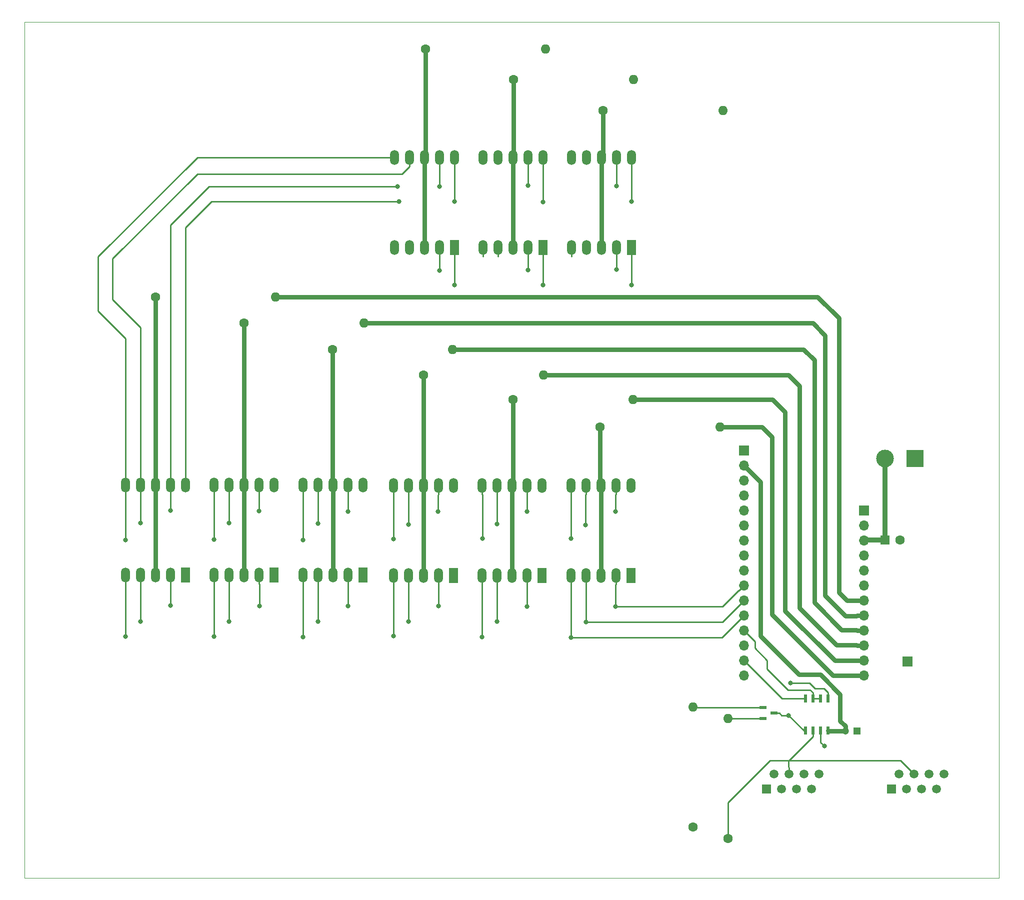
<source format=gbr>
G04 #@! TF.GenerationSoftware,KiCad,Pcbnew,5.1.5-52549c5~84~ubuntu18.04.1*
G04 #@! TF.CreationDate,2020-02-12T19:07:26-05:00*
G04 #@! TF.ProjectId,solenoid_board,736f6c65-6e6f-4696-945f-626f6172642e,rev?*
G04 #@! TF.SameCoordinates,Original*
G04 #@! TF.FileFunction,Copper,L1,Top*
G04 #@! TF.FilePolarity,Positive*
%FSLAX46Y46*%
G04 Gerber Fmt 4.6, Leading zero omitted, Abs format (unit mm)*
G04 Created by KiCad (PCBNEW 5.1.5-52549c5~84~ubuntu18.04.1) date 2020-02-12 19:07:26*
%MOMM*%
%LPD*%
G04 APERTURE LIST*
G04 #@! TA.AperFunction,Profile*
%ADD10C,0.120000*%
G04 #@! TD*
G04 #@! TA.AperFunction,ComponentPad*
%ADD11O,1.600000X1.600000*%
G04 #@! TD*
G04 #@! TA.AperFunction,ComponentPad*
%ADD12C,1.600000*%
G04 #@! TD*
G04 #@! TA.AperFunction,ComponentPad*
%ADD13R,1.524000X2.524000*%
G04 #@! TD*
G04 #@! TA.AperFunction,ComponentPad*
%ADD14O,1.524000X2.524000*%
G04 #@! TD*
G04 #@! TA.AperFunction,ComponentPad*
%ADD15R,1.500000X1.500000*%
G04 #@! TD*
G04 #@! TA.AperFunction,ComponentPad*
%ADD16C,1.500000*%
G04 #@! TD*
G04 #@! TA.AperFunction,ComponentPad*
%ADD17R,1.600000X1.600000*%
G04 #@! TD*
G04 #@! TA.AperFunction,ComponentPad*
%ADD18R,1.200000X1.200000*%
G04 #@! TD*
G04 #@! TA.AperFunction,ComponentPad*
%ADD19C,1.200000*%
G04 #@! TD*
G04 #@! TA.AperFunction,ComponentPad*
%ADD20R,3.000000X3.000000*%
G04 #@! TD*
G04 #@! TA.AperFunction,ComponentPad*
%ADD21C,3.000000*%
G04 #@! TD*
G04 #@! TA.AperFunction,ComponentPad*
%ADD22R,1.700000X1.700000*%
G04 #@! TD*
G04 #@! TA.AperFunction,SMDPad,CuDef*
%ADD23R,0.568000X1.454899*%
G04 #@! TD*
G04 #@! TA.AperFunction,SMDPad,CuDef*
%ADD24R,1.295400X0.558800*%
G04 #@! TD*
G04 #@! TA.AperFunction,ComponentPad*
%ADD25O,1.700000X1.700000*%
G04 #@! TD*
G04 #@! TA.AperFunction,ViaPad*
%ADD26C,0.800000*%
G04 #@! TD*
G04 #@! TA.AperFunction,Conductor*
%ADD27C,0.250000*%
G04 #@! TD*
G04 #@! TA.AperFunction,Conductor*
%ADD28C,0.750000*%
G04 #@! TD*
G04 #@! TA.AperFunction,Conductor*
%ADD29C,0.850000*%
G04 #@! TD*
G04 APERTURE END LIST*
D10*
X55000000Y-160000000D02*
X220000000Y-160000000D01*
X55000000Y-15000000D02*
X55000000Y-160000000D01*
X220000000Y-15000000D02*
X55000000Y-15000000D01*
X220000000Y-160000000D02*
X220000000Y-15000000D01*
D11*
G04 #@! TO.P,R11,2*
G04 #@! TO.N,Net-(Prt_IC1-Pad1)*
X168122600Y-131038600D03*
D12*
G04 #@! TO.P,R11,1*
G04 #@! TO.N,/RJ45_5*
X168122600Y-151358600D03*
G04 #@! TD*
D13*
G04 #@! TO.P,7Seg_3,1*
G04 #@! TO.N,/A4*
X157764200Y-53174400D03*
D14*
G04 #@! TO.P,7Seg_3,2*
G04 #@! TO.N,/A5*
X155224200Y-53174400D03*
G04 #@! TO.P,7Seg_3,3*
G04 #@! TO.N,/Third_Display*
X152684200Y-53174400D03*
G04 #@! TO.P,7Seg_3,4*
G04 #@! TO.N,/C*
X150144200Y-53174400D03*
G04 #@! TO.P,7Seg_3,5*
G04 #@! TO.N,/DP*
X147604200Y-53174400D03*
G04 #@! TO.P,7Seg_3,6*
G04 #@! TO.N,/A3*
X147604200Y-37934400D03*
G04 #@! TO.P,7Seg_3,7*
G04 #@! TO.N,/A*
X150144200Y-37934400D03*
G04 #@! TO.P,7Seg_3,8*
G04 #@! TO.N,/Third_Display*
X152684200Y-37934400D03*
G04 #@! TO.P,7Seg_3,9*
G04 #@! TO.N,/A1*
X155224200Y-37934400D03*
G04 #@! TO.P,7Seg_3,10*
G04 #@! TO.N,/A0*
X157764200Y-37934400D03*
G04 #@! TD*
D11*
G04 #@! TO.P,R10,2*
G04 #@! TO.N,Net-(Prt_IC1-Pad2)*
X174117000Y-132918200D03*
D12*
G04 #@! TO.P,R10,1*
G04 #@! TO.N,/RJ45_4*
X174117000Y-153238200D03*
G04 #@! TD*
D11*
G04 #@! TO.P,R338,2*
G04 #@! TO.N,/SDA*
X172770800Y-83566000D03*
D12*
G04 #@! TO.P,R338,1*
G04 #@! TO.N,/Ninth_Display*
X152450800Y-83566000D03*
G04 #@! TD*
D11*
G04 #@! TO.P,R337,2*
G04 #@! TO.N,/SCL*
X158013400Y-78917800D03*
D12*
G04 #@! TO.P,R337,1*
G04 #@! TO.N,/Eigth_Display*
X137693400Y-78917800D03*
G04 #@! TD*
D11*
G04 #@! TO.P,R336,2*
G04 #@! TO.N,/D5*
X142824200Y-74777600D03*
D12*
G04 #@! TO.P,R336,1*
G04 #@! TO.N,/Seventh_Display*
X122504200Y-74777600D03*
G04 #@! TD*
D11*
G04 #@! TO.P,R335,2*
G04 #@! TO.N,/D6*
X127431800Y-70434200D03*
D12*
G04 #@! TO.P,R335,1*
G04 #@! TO.N,/Sixth_Display*
X107111800Y-70434200D03*
G04 #@! TD*
D11*
G04 #@! TO.P,R334,2*
G04 #@! TO.N,/D9*
X112445800Y-66014600D03*
D12*
G04 #@! TO.P,R334,1*
G04 #@! TO.N,/Fifth_Display*
X92125800Y-66014600D03*
G04 #@! TD*
D11*
G04 #@! TO.P,R333,2*
G04 #@! TO.N,/D10*
X97485200Y-61544200D03*
D12*
G04 #@! TO.P,R333,1*
G04 #@! TO.N,/Fourth_Display*
X77165200Y-61544200D03*
G04 #@! TD*
D11*
G04 #@! TO.P,R332,2*
G04 #@! TO.N,/D11*
X173202600Y-29997400D03*
D12*
G04 #@! TO.P,R332,1*
G04 #@! TO.N,/Third_Display*
X152882600Y-29997400D03*
G04 #@! TD*
G04 #@! TO.P,R331,1*
G04 #@! TO.N,/Second_Display*
X137795000Y-24790400D03*
D11*
G04 #@! TO.P,R331,2*
G04 #@! TO.N,/D12*
X158115000Y-24790400D03*
G04 #@! TD*
D12*
G04 #@! TO.P,R330,1*
G04 #@! TO.N,/First_Display*
X122885200Y-19608800D03*
D11*
G04 #@! TO.P,R330,2*
G04 #@! TO.N,/D13*
X143205200Y-19608800D03*
G04 #@! TD*
D13*
G04 #@! TO.P,7Seg_9,1*
G04 #@! TO.N,/A4*
X157618600Y-108721600D03*
D14*
G04 #@! TO.P,7Seg_9,2*
G04 #@! TO.N,/A5*
X155078600Y-108721600D03*
G04 #@! TO.P,7Seg_9,3*
G04 #@! TO.N,/Ninth_Display*
X152538600Y-108721600D03*
G04 #@! TO.P,7Seg_9,4*
G04 #@! TO.N,/C*
X149998600Y-108721600D03*
G04 #@! TO.P,7Seg_9,5*
G04 #@! TO.N,/DP*
X147458600Y-108721600D03*
G04 #@! TO.P,7Seg_9,6*
G04 #@! TO.N,/A3*
X147458600Y-93481600D03*
G04 #@! TO.P,7Seg_9,7*
G04 #@! TO.N,/A*
X149998600Y-93481600D03*
G04 #@! TO.P,7Seg_9,8*
G04 #@! TO.N,/Ninth_Display*
X152538600Y-93481600D03*
G04 #@! TO.P,7Seg_9,9*
G04 #@! TO.N,/A1*
X155078600Y-93481600D03*
G04 #@! TO.P,7Seg_9,10*
G04 #@! TO.N,/A0*
X157618600Y-93481600D03*
G04 #@! TD*
D13*
G04 #@! TO.P,7Seg_8,1*
G04 #@! TO.N,/A4*
X142618600Y-108721600D03*
D14*
G04 #@! TO.P,7Seg_8,2*
G04 #@! TO.N,/A5*
X140078600Y-108721600D03*
G04 #@! TO.P,7Seg_8,3*
G04 #@! TO.N,/Eigth_Display*
X137538600Y-108721600D03*
G04 #@! TO.P,7Seg_8,4*
G04 #@! TO.N,/C*
X134998600Y-108721600D03*
G04 #@! TO.P,7Seg_8,5*
G04 #@! TO.N,/DP*
X132458600Y-108721600D03*
G04 #@! TO.P,7Seg_8,6*
G04 #@! TO.N,/A3*
X132458600Y-93481600D03*
G04 #@! TO.P,7Seg_8,7*
G04 #@! TO.N,/A*
X134998600Y-93481600D03*
G04 #@! TO.P,7Seg_8,8*
G04 #@! TO.N,/Eigth_Display*
X137538600Y-93481600D03*
G04 #@! TO.P,7Seg_8,9*
G04 #@! TO.N,/A1*
X140078600Y-93481600D03*
G04 #@! TO.P,7Seg_8,10*
G04 #@! TO.N,/A0*
X142618600Y-93481600D03*
G04 #@! TD*
D13*
G04 #@! TO.P,7Seg_7,1*
G04 #@! TO.N,/A4*
X127618600Y-108721600D03*
D14*
G04 #@! TO.P,7Seg_7,2*
G04 #@! TO.N,/A5*
X125078600Y-108721600D03*
G04 #@! TO.P,7Seg_7,3*
G04 #@! TO.N,/Seventh_Display*
X122538600Y-108721600D03*
G04 #@! TO.P,7Seg_7,4*
G04 #@! TO.N,/C*
X119998600Y-108721600D03*
G04 #@! TO.P,7Seg_7,5*
G04 #@! TO.N,/DP*
X117458600Y-108721600D03*
G04 #@! TO.P,7Seg_7,6*
G04 #@! TO.N,/A3*
X117458600Y-93481600D03*
G04 #@! TO.P,7Seg_7,7*
G04 #@! TO.N,/A*
X119998600Y-93481600D03*
G04 #@! TO.P,7Seg_7,8*
G04 #@! TO.N,/Seventh_Display*
X122538600Y-93481600D03*
G04 #@! TO.P,7Seg_7,9*
G04 #@! TO.N,/A1*
X125078600Y-93481600D03*
G04 #@! TO.P,7Seg_7,10*
G04 #@! TO.N,/A0*
X127618600Y-93481600D03*
G04 #@! TD*
D13*
G04 #@! TO.P,7Seg_6,1*
G04 #@! TO.N,/A4*
X112238600Y-108673400D03*
D14*
G04 #@! TO.P,7Seg_6,2*
G04 #@! TO.N,/A5*
X109698600Y-108673400D03*
G04 #@! TO.P,7Seg_6,3*
G04 #@! TO.N,/Sixth_Display*
X107158600Y-108673400D03*
G04 #@! TO.P,7Seg_6,4*
G04 #@! TO.N,/C*
X104618600Y-108673400D03*
G04 #@! TO.P,7Seg_6,5*
G04 #@! TO.N,/DP*
X102078600Y-108673400D03*
G04 #@! TO.P,7Seg_6,6*
G04 #@! TO.N,/A3*
X102078600Y-93433400D03*
G04 #@! TO.P,7Seg_6,7*
G04 #@! TO.N,/A*
X104618600Y-93433400D03*
G04 #@! TO.P,7Seg_6,8*
G04 #@! TO.N,/Sixth_Display*
X107158600Y-93433400D03*
G04 #@! TO.P,7Seg_6,9*
G04 #@! TO.N,/A1*
X109698600Y-93433400D03*
G04 #@! TO.P,7Seg_6,10*
G04 #@! TO.N,/A0*
X112238600Y-93433400D03*
G04 #@! TD*
D13*
G04 #@! TO.P,7Seg_5,1*
G04 #@! TO.N,/A4*
X97238600Y-108673400D03*
D14*
G04 #@! TO.P,7Seg_5,2*
G04 #@! TO.N,/A5*
X94698600Y-108673400D03*
G04 #@! TO.P,7Seg_5,3*
G04 #@! TO.N,/Fifth_Display*
X92158600Y-108673400D03*
G04 #@! TO.P,7Seg_5,4*
G04 #@! TO.N,/C*
X89618600Y-108673400D03*
G04 #@! TO.P,7Seg_5,5*
G04 #@! TO.N,/DP*
X87078600Y-108673400D03*
G04 #@! TO.P,7Seg_5,6*
G04 #@! TO.N,/A3*
X87078600Y-93433400D03*
G04 #@! TO.P,7Seg_5,7*
G04 #@! TO.N,/A*
X89618600Y-93433400D03*
G04 #@! TO.P,7Seg_5,8*
G04 #@! TO.N,/Fifth_Display*
X92158600Y-93433400D03*
G04 #@! TO.P,7Seg_5,9*
G04 #@! TO.N,/A1*
X94698600Y-93433400D03*
G04 #@! TO.P,7Seg_5,10*
G04 #@! TO.N,/A0*
X97238600Y-93433400D03*
G04 #@! TD*
D13*
G04 #@! TO.P,7Seg_4,1*
G04 #@! TO.N,/A4*
X82238600Y-108673400D03*
D14*
G04 #@! TO.P,7Seg_4,2*
G04 #@! TO.N,/A5*
X79698600Y-108673400D03*
G04 #@! TO.P,7Seg_4,3*
G04 #@! TO.N,/Fourth_Display*
X77158600Y-108673400D03*
G04 #@! TO.P,7Seg_4,4*
G04 #@! TO.N,/C*
X74618600Y-108673400D03*
G04 #@! TO.P,7Seg_4,5*
G04 #@! TO.N,/DP*
X72078600Y-108673400D03*
G04 #@! TO.P,7Seg_4,6*
G04 #@! TO.N,/A3*
X72078600Y-93433400D03*
G04 #@! TO.P,7Seg_4,7*
G04 #@! TO.N,/A*
X74618600Y-93433400D03*
G04 #@! TO.P,7Seg_4,8*
G04 #@! TO.N,/Fourth_Display*
X77158600Y-93433400D03*
G04 #@! TO.P,7Seg_4,9*
G04 #@! TO.N,/A1*
X79698600Y-93433400D03*
G04 #@! TO.P,7Seg_4,10*
G04 #@! TO.N,/A0*
X82238600Y-93433400D03*
G04 #@! TD*
D13*
G04 #@! TO.P,7Seg_2,1*
G04 #@! TO.N,/A4*
X142764200Y-53174400D03*
D14*
G04 #@! TO.P,7Seg_2,2*
G04 #@! TO.N,/A5*
X140224200Y-53174400D03*
G04 #@! TO.P,7Seg_2,3*
G04 #@! TO.N,/Second_Display*
X137684200Y-53174400D03*
G04 #@! TO.P,7Seg_2,4*
G04 #@! TO.N,/C*
X135144200Y-53174400D03*
G04 #@! TO.P,7Seg_2,5*
G04 #@! TO.N,/DP*
X132604200Y-53174400D03*
G04 #@! TO.P,7Seg_2,6*
G04 #@! TO.N,/A3*
X132604200Y-37934400D03*
G04 #@! TO.P,7Seg_2,7*
G04 #@! TO.N,/A*
X135144200Y-37934400D03*
G04 #@! TO.P,7Seg_2,8*
G04 #@! TO.N,/Second_Display*
X137684200Y-37934400D03*
G04 #@! TO.P,7Seg_2,9*
G04 #@! TO.N,/A1*
X140224200Y-37934400D03*
G04 #@! TO.P,7Seg_2,10*
G04 #@! TO.N,/A0*
X142764200Y-37934400D03*
G04 #@! TD*
D13*
G04 #@! TO.P,7Seg_1,1*
G04 #@! TO.N,/A4*
X127764200Y-53174400D03*
D14*
G04 #@! TO.P,7Seg_1,2*
G04 #@! TO.N,/A5*
X125224200Y-53174400D03*
G04 #@! TO.P,7Seg_1,3*
G04 #@! TO.N,/First_Display*
X122684200Y-53174400D03*
G04 #@! TO.P,7Seg_1,4*
G04 #@! TO.N,/C*
X120144200Y-53174400D03*
G04 #@! TO.P,7Seg_1,5*
G04 #@! TO.N,/DP*
X117604200Y-53174400D03*
G04 #@! TO.P,7Seg_1,6*
G04 #@! TO.N,/A3*
X117604200Y-37934400D03*
G04 #@! TO.P,7Seg_1,7*
G04 #@! TO.N,/A*
X120144200Y-37934400D03*
G04 #@! TO.P,7Seg_1,8*
G04 #@! TO.N,/First_Display*
X122684200Y-37934400D03*
G04 #@! TO.P,7Seg_1,9*
G04 #@! TO.N,/A1*
X125224200Y-37934400D03*
G04 #@! TO.P,7Seg_1,10*
G04 #@! TO.N,/A0*
X127764200Y-37934400D03*
G04 #@! TD*
D15*
G04 #@! TO.P,RJ1,1*
G04 #@! TO.N,N/C*
X201803000Y-144932400D03*
D16*
G04 #@! TO.P,RJ1,2*
X203073000Y-142392400D03*
G04 #@! TO.P,RJ1,3*
X204343000Y-144932400D03*
G04 #@! TO.P,RJ1,4*
G04 #@! TO.N,/RJ45_4*
X205613000Y-142392400D03*
G04 #@! TO.P,RJ1,5*
G04 #@! TO.N,/RJ45_5*
X206883000Y-144932400D03*
G04 #@! TO.P,RJ1,6*
G04 #@! TO.N,N/C*
X208153000Y-142392400D03*
G04 #@! TO.P,RJ1,7*
X209423000Y-144932400D03*
G04 #@! TO.P,RJ1,8*
X210693000Y-142392400D03*
G04 #@! TD*
D15*
G04 #@! TO.P,RJ0,1*
G04 #@! TO.N,N/C*
X180594000Y-144932400D03*
D16*
G04 #@! TO.P,RJ0,2*
X181864000Y-142392400D03*
G04 #@! TO.P,RJ0,3*
X183134000Y-144932400D03*
G04 #@! TO.P,RJ0,4*
G04 #@! TO.N,/RJ45_4*
X184404000Y-142392400D03*
G04 #@! TO.P,RJ0,5*
G04 #@! TO.N,/RJ45_5*
X185674000Y-144932400D03*
G04 #@! TO.P,RJ0,6*
G04 #@! TO.N,N/C*
X186944000Y-142392400D03*
G04 #@! TO.P,RJ0,7*
X188214000Y-144932400D03*
G04 #@! TO.P,RJ0,8*
X189484000Y-142392400D03*
G04 #@! TD*
D17*
G04 #@! TO.P,CP0,1*
G04 #@! TO.N,+5V*
X200710800Y-102768400D03*
D12*
G04 #@! TO.P,CP0,2*
G04 #@! TO.N,GND*
X203210800Y-102768400D03*
G04 #@! TD*
D18*
G04 #@! TO.P,C0.1nF0,1*
G04 #@! TO.N,GND*
X195961000Y-135077200D03*
D19*
G04 #@! TO.P,C0.1nF0,2*
G04 #@! TO.N,+3V3*
X193961000Y-135077200D03*
G04 #@! TD*
D20*
G04 #@! TO.P,+5V_IN1,1*
G04 #@! TO.N,GND*
X205740000Y-88950800D03*
D21*
G04 #@! TO.P,+5V_IN1,2*
G04 #@! TO.N,+5V*
X200660000Y-88950800D03*
G04 #@! TD*
D22*
G04 #@! TO.P,GND1,1*
G04 #@! TO.N,GND*
X204520800Y-123317000D03*
G04 #@! TD*
D23*
G04 #@! TO.P,RS-485,8*
G04 #@! TO.N,+3V3*
X191008000Y-135004548D03*
G04 #@! TO.P,RS-485,7*
G04 #@! TO.N,/RJ45_5*
X189738000Y-135004548D03*
G04 #@! TO.P,RS-485,6*
G04 #@! TO.N,/RJ45_4*
X188468000Y-135004548D03*
G04 #@! TO.P,RS-485,5*
G04 #@! TO.N,GND*
X187198000Y-135004548D03*
G04 #@! TO.P,RS-485,4*
G04 #@! TO.N,/TX1*
X187198000Y-129561852D03*
G04 #@! TO.P,RS-485,3*
G04 #@! TO.N,/MISO*
X188468000Y-129561852D03*
G04 #@! TO.P,RS-485,2*
X189738000Y-129561852D03*
G04 #@! TO.P,RS-485,1*
G04 #@! TO.N,/RX0*
X191008000Y-129561852D03*
G04 #@! TD*
D24*
G04 #@! TO.P,Prt_IC1,1*
G04 #@! TO.N,Net-(Prt_IC1-Pad1)*
X179971700Y-131079199D03*
G04 #@! TO.P,Prt_IC1,2*
G04 #@! TO.N,Net-(Prt_IC1-Pad2)*
X179971700Y-132979201D03*
G04 #@! TO.P,Prt_IC1,3*
G04 #@! TO.N,GND*
X181876700Y-132029200D03*
G04 #@! TD*
D22*
G04 #@! TO.P,J3,1*
G04 #@! TO.N,N/C*
X197104000Y-97739200D03*
D25*
G04 #@! TO.P,J3,2*
X197104000Y-100279200D03*
G04 #@! TO.P,J3,3*
G04 #@! TO.N,+5V*
X197104000Y-102819200D03*
G04 #@! TO.P,J3,4*
G04 #@! TO.N,/D13*
X197104000Y-105359200D03*
G04 #@! TO.P,J3,5*
G04 #@! TO.N,/D12*
X197104000Y-107899200D03*
G04 #@! TO.P,J3,6*
G04 #@! TO.N,/D11*
X197104000Y-110439200D03*
G04 #@! TO.P,J3,7*
G04 #@! TO.N,/D10*
X197104000Y-112979200D03*
G04 #@! TO.P,J3,8*
G04 #@! TO.N,/D9*
X197104000Y-115519200D03*
G04 #@! TO.P,J3,9*
G04 #@! TO.N,/D6*
X197104000Y-118059200D03*
G04 #@! TO.P,J3,10*
G04 #@! TO.N,/D5*
X197104000Y-120599200D03*
G04 #@! TO.P,J3,11*
G04 #@! TO.N,/SCL*
X197104000Y-123139200D03*
G04 #@! TO.P,J3,12*
G04 #@! TO.N,/SDA*
X197104000Y-125679200D03*
G04 #@! TD*
D22*
G04 #@! TO.P,J2,1*
G04 #@! TO.N,N/C*
X176784000Y-87579200D03*
D25*
G04 #@! TO.P,J2,2*
G04 #@! TO.N,+3V3*
X176784000Y-90119200D03*
G04 #@! TO.P,J2,3*
G04 #@! TO.N,N/C*
X176784000Y-92659200D03*
G04 #@! TO.P,J2,4*
G04 #@! TO.N,GND*
X176784000Y-95199200D03*
G04 #@! TO.P,J2,5*
G04 #@! TO.N,/A0*
X176784000Y-97739200D03*
G04 #@! TO.P,J2,6*
G04 #@! TO.N,/A1*
X176784000Y-100279200D03*
G04 #@! TO.P,J2,7*
G04 #@! TO.N,/A*
X176784000Y-102819200D03*
G04 #@! TO.P,J2,8*
G04 #@! TO.N,/A3*
X176784000Y-105359200D03*
G04 #@! TO.P,J2,9*
G04 #@! TO.N,/A4*
X176784000Y-107899200D03*
G04 #@! TO.P,J2,10*
G04 #@! TO.N,/A5*
X176784000Y-110439200D03*
G04 #@! TO.P,J2,11*
G04 #@! TO.N,/C*
X176784000Y-112979200D03*
G04 #@! TO.P,J2,12*
G04 #@! TO.N,/DP*
X176784000Y-115519200D03*
G04 #@! TO.P,J2,13*
G04 #@! TO.N,/MISO*
X176784000Y-118059200D03*
G04 #@! TO.P,J2,14*
G04 #@! TO.N,/RX0*
X176784000Y-120599200D03*
G04 #@! TO.P,J2,15*
G04 #@! TO.N,/TX1*
X176784000Y-123139200D03*
G04 #@! TO.P,J2,16*
G04 #@! TO.N,GND*
X176784000Y-125679200D03*
G04 #@! TD*
D26*
G04 #@! TO.N,GND*
X184353200Y-132435600D03*
G04 #@! TO.N,/RX0*
X184708800Y-126949200D03*
G04 #@! TO.N,/A4*
X127787400Y-59537600D03*
X142773400Y-59563000D03*
X157759400Y-59537600D03*
G04 #@! TO.N,/RJ45_5*
X190398400Y-137642600D03*
G04 #@! TO.N,/A5*
X155067000Y-113995200D03*
X140078600Y-113972200D03*
X79698600Y-113836200D03*
X94716600Y-113868200D03*
X109698600Y-113915000D03*
X125078600Y-113910000D03*
X125224200Y-57126800D03*
X140224200Y-57006800D03*
X155224200Y-56926200D03*
G04 #@! TO.N,/C*
X149998600Y-116572200D03*
X134998600Y-116563000D03*
X119998600Y-116526200D03*
X104618600Y-116513800D03*
X89618600Y-116517200D03*
X74618600Y-116503200D03*
G04 #@! TO.N,/A3*
X147458600Y-102502800D03*
X132486400Y-102514400D03*
X117475000Y-102539800D03*
X102078600Y-102713600D03*
X87078600Y-102684800D03*
X72059800Y-102692200D03*
G04 #@! TO.N,/DP*
X147458600Y-119216000D03*
X132458600Y-119179200D03*
X117458600Y-118990000D03*
X102108000Y-119151400D03*
X87078600Y-119093200D03*
X72078600Y-119094000D03*
G04 #@! TO.N,/A*
X149961600Y-100203000D03*
X134998600Y-100002200D03*
X119989600Y-100076000D03*
X104618600Y-99927600D03*
X89618600Y-99854800D03*
X74618600Y-99828600D03*
G04 #@! TO.N,/A1*
X155067000Y-97866200D03*
X140081000Y-97917000D03*
X124993400Y-97891600D03*
X109753400Y-97866200D03*
X94665800Y-97840800D03*
X79698600Y-97732600D03*
X155224200Y-42778400D03*
X140224200Y-42739000D03*
X125224200Y-42898400D03*
X118133200Y-42898400D03*
G04 #@! TO.N,/A0*
X157764200Y-45420000D03*
X142748000Y-45466000D03*
X127764200Y-45413000D03*
X118338600Y-45415200D03*
G04 #@! TD*
D27*
G04 #@! TO.N,GND*
X182774400Y-132029200D02*
X183180800Y-132435600D01*
X181876700Y-132029200D02*
X182774400Y-132029200D01*
X183180800Y-132435600D02*
X184353200Y-132435600D01*
X184353200Y-132435600D02*
X184353200Y-132435600D01*
X186922148Y-135004548D02*
X187198000Y-135004548D01*
X184353200Y-132435600D02*
X186922148Y-135004548D01*
G04 #@! TO.N,/TX1*
X183206652Y-129561852D02*
X176784000Y-123139200D01*
X187198000Y-129561852D02*
X183206652Y-129561852D01*
G04 #@! TO.N,/RX0*
X191008000Y-128584403D02*
X190312597Y-127889000D01*
X191008000Y-129561852D02*
X191008000Y-128584403D01*
X190312597Y-127889000D02*
X188849000Y-127889000D01*
X188849000Y-127889000D02*
X187909200Y-126949200D01*
X187909200Y-126949200D02*
X184708800Y-126949200D01*
X184708800Y-126949200D02*
X184708800Y-126949200D01*
G04 #@! TO.N,/MISO*
X188468000Y-129561852D02*
X189738000Y-129561852D01*
X188468000Y-128584403D02*
X188001197Y-128117600D01*
X188468000Y-129561852D02*
X188468000Y-128584403D01*
X188001197Y-128117600D02*
X184251600Y-128117600D01*
X184251600Y-128117600D02*
X180721000Y-124587000D01*
X180721000Y-124587000D02*
X180721000Y-123113800D01*
X180721000Y-123113800D02*
X178663600Y-121056400D01*
X178663600Y-119938800D02*
X176784000Y-118059200D01*
X178663600Y-121056400D02*
X178663600Y-119938800D01*
G04 #@! TO.N,/A4*
X127764200Y-54686400D02*
X127787400Y-54709600D01*
X127764200Y-53174400D02*
X127764200Y-54686400D01*
X127787400Y-54709600D02*
X127787400Y-59537600D01*
X127787400Y-59537600D02*
X127787400Y-59537600D01*
X142764200Y-54686400D02*
X142773400Y-54695600D01*
X142764200Y-53174400D02*
X142764200Y-54686400D01*
X142773400Y-54695600D02*
X142773400Y-59563000D01*
X142773400Y-59563000D02*
X142773400Y-59563000D01*
X157764200Y-54686400D02*
X157759400Y-54691200D01*
X157764200Y-53174400D02*
X157764200Y-54686400D01*
X157759400Y-54691200D02*
X157759400Y-59537600D01*
X157759400Y-59537600D02*
X157759400Y-59537600D01*
D28*
G04 #@! TO.N,/D5*
X195901919Y-120599200D02*
X195825719Y-120523000D01*
X197104000Y-120599200D02*
X195901919Y-120599200D01*
X195825719Y-120523000D02*
X192481200Y-120523000D01*
X192481200Y-120523000D02*
X186207400Y-114249200D01*
X186207400Y-114249200D02*
X186207400Y-76631800D01*
X184353200Y-74777600D02*
X142824200Y-74777600D01*
X186207400Y-76631800D02*
X184353200Y-74777600D01*
G04 #@! TO.N,/D6*
X195901919Y-118059200D02*
X195825719Y-117983000D01*
X197104000Y-118059200D02*
X195901919Y-118059200D01*
X195825719Y-117983000D02*
X193344800Y-117983000D01*
X193344800Y-117983000D02*
X188696600Y-113334800D01*
X188696600Y-113334800D02*
X188696600Y-72263000D01*
X186867800Y-70434200D02*
X127431800Y-70434200D01*
X188696600Y-72263000D02*
X186867800Y-70434200D01*
G04 #@! TO.N,/D9*
X195901919Y-115519200D02*
X195851119Y-115570000D01*
X197104000Y-115519200D02*
X195901919Y-115519200D01*
X195851119Y-115570000D02*
X193954400Y-115570000D01*
X193954400Y-115570000D02*
X190525400Y-112141000D01*
X190525400Y-112141000D02*
X190525400Y-68072000D01*
X188468000Y-66014600D02*
X112445800Y-66014600D01*
X190525400Y-68072000D02*
X188468000Y-66014600D01*
G04 #@! TO.N,/D10*
X197104000Y-112979200D02*
X194233800Y-112979200D01*
X194233800Y-112979200D02*
X192862200Y-111607600D01*
X192862200Y-111607600D02*
X192862200Y-65125600D01*
X189280800Y-61544200D02*
X97485200Y-61544200D01*
X192862200Y-65125600D02*
X189280800Y-61544200D01*
D27*
G04 #@! TO.N,/RJ45_4*
X188468000Y-135004548D02*
X188468000Y-135981997D01*
X188468000Y-135981997D02*
X184404000Y-140045997D01*
X181203600Y-140081000D02*
X184302400Y-140081000D01*
X174916999Y-146367601D02*
X181203600Y-140081000D01*
X184404000Y-140045997D02*
X184302400Y-140081000D01*
X184302400Y-140081000D02*
X184404000Y-142392400D01*
X203301600Y-140081000D02*
X205613000Y-142392400D01*
X184302400Y-140081000D02*
X203301600Y-140081000D01*
X174916999Y-146367601D02*
X174891599Y-146367601D01*
X174117000Y-147142200D02*
X174117000Y-153238200D01*
X174891599Y-146367601D02*
X174117000Y-147142200D01*
G04 #@! TO.N,/RJ45_5*
X189738000Y-136982200D02*
X189738000Y-135004548D01*
X190398400Y-137642600D02*
X189738000Y-136982200D01*
D29*
G04 #@! TO.N,+5V*
X197154800Y-102768400D02*
X197104000Y-102819200D01*
X200710800Y-102768400D02*
X197154800Y-102768400D01*
X200660000Y-102717600D02*
X200710800Y-102768400D01*
X200660000Y-88950800D02*
X200660000Y-102717600D01*
D28*
G04 #@! TO.N,+3V3*
X191080652Y-135077200D02*
X191008000Y-135004548D01*
X193961000Y-135077200D02*
X191080652Y-135077200D01*
X193961000Y-134228672D02*
X193090800Y-133358472D01*
X193961000Y-135077200D02*
X193961000Y-134228672D01*
X193090800Y-133358472D02*
X193090800Y-128854200D01*
X193090800Y-128854200D02*
X189738000Y-125501400D01*
X189738000Y-125501400D02*
X186131200Y-125501400D01*
X186131200Y-125501400D02*
X179578000Y-118948200D01*
X179578000Y-92913200D02*
X176784000Y-90119200D01*
X179578000Y-118948200D02*
X179578000Y-92913200D01*
D27*
G04 #@! TO.N,Net-(Prt_IC1-Pad2)*
X174178001Y-132979201D02*
X174117000Y-132918200D01*
X179971700Y-132979201D02*
X174178001Y-132979201D01*
G04 #@! TO.N,Net-(Prt_IC1-Pad1)*
X168163199Y-131079199D02*
X168122600Y-131038600D01*
X179971700Y-131079199D02*
X168163199Y-131079199D01*
G04 #@! TO.N,/A5*
X155078600Y-110233600D02*
X155067000Y-110245200D01*
X155078600Y-108721600D02*
X155078600Y-110233600D01*
X155067000Y-110245200D02*
X155067000Y-113995200D01*
X155067000Y-113995200D02*
X155067000Y-113995200D01*
X140078600Y-108721600D02*
X140078600Y-113972200D01*
X140078600Y-113972200D02*
X140078600Y-113972200D01*
X125078600Y-108721600D02*
X125078600Y-113910000D01*
X109698600Y-108673400D02*
X109698600Y-113915000D01*
X94698600Y-110185400D02*
X94716600Y-110203400D01*
X94698600Y-108673400D02*
X94698600Y-110185400D01*
X94716600Y-110203400D02*
X94716600Y-113868200D01*
X79698600Y-108673400D02*
X79698600Y-113836200D01*
X79698600Y-113836200D02*
X79698600Y-113836200D01*
X94716600Y-113868200D02*
X94716600Y-113868200D01*
X109698600Y-113915000D02*
X109698600Y-113915000D01*
X125078600Y-113910000D02*
X125078600Y-113910000D01*
X175934001Y-111289199D02*
X175832401Y-111289199D01*
X176784000Y-110439200D02*
X175934001Y-111289199D01*
X173126400Y-113995200D02*
X155067000Y-113995200D01*
X175832401Y-111289199D02*
X173126400Y-113995200D01*
X125224200Y-53174400D02*
X125224200Y-57126800D01*
X125224200Y-57126800D02*
X125224200Y-57126800D01*
X140224200Y-53174400D02*
X140224200Y-57006800D01*
X140224200Y-57006800D02*
X140224200Y-57006800D01*
X155224200Y-53174400D02*
X155224200Y-56926200D01*
X155224200Y-56926200D02*
X155224200Y-56926200D01*
G04 #@! TO.N,/C*
X149998600Y-108721600D02*
X149998600Y-116572200D01*
X134998600Y-108721600D02*
X134998600Y-116563000D01*
X119998600Y-108721600D02*
X119998600Y-116526200D01*
X104618600Y-108673400D02*
X104618600Y-116513800D01*
X89618600Y-108673400D02*
X89618600Y-116517200D01*
X74618600Y-108673400D02*
X74618600Y-116503200D01*
X149998600Y-116572200D02*
X149998600Y-116572200D01*
X134998600Y-116563000D02*
X134998600Y-116563000D01*
X119998600Y-116526200D02*
X119998600Y-116526200D01*
X104618600Y-116513800D02*
X104618600Y-116513800D01*
X89618600Y-116517200D02*
X89618600Y-116517200D01*
X74618600Y-116503200D02*
X74618600Y-116503200D01*
X173191000Y-116572200D02*
X149998600Y-116572200D01*
X176784000Y-112979200D02*
X173191000Y-116572200D01*
G04 #@! TO.N,/A3*
X147458600Y-93481600D02*
X147458600Y-102502800D01*
X132458600Y-94993600D02*
X132486400Y-95021400D01*
X132458600Y-93481600D02*
X132458600Y-94993600D01*
X132486400Y-95021400D02*
X132486400Y-102514400D01*
X117458600Y-94993600D02*
X117475000Y-95010000D01*
X117458600Y-93481600D02*
X117458600Y-94993600D01*
X117475000Y-95010000D02*
X117475000Y-102539800D01*
X102078600Y-93433400D02*
X102078600Y-102713600D01*
X87078600Y-93433400D02*
X87078600Y-102684800D01*
X72078600Y-94945400D02*
X72059800Y-94964200D01*
X72078600Y-93433400D02*
X72078600Y-94945400D01*
X72059800Y-94964200D02*
X72059800Y-102692200D01*
X147458600Y-102502800D02*
X147458600Y-102553600D01*
X132486400Y-102514400D02*
X132486400Y-102514400D01*
X117475000Y-102539800D02*
X117475000Y-102539800D01*
X102078600Y-102713600D02*
X102078600Y-102713600D01*
X87078600Y-102684800D02*
X87078600Y-102684800D01*
X72059800Y-102692200D02*
X72059800Y-102692200D01*
X72078600Y-91921400D02*
X72034400Y-91877200D01*
X72078600Y-93433400D02*
X72078600Y-91921400D01*
X72034400Y-91877200D02*
X72034400Y-68605400D01*
X72034400Y-68605400D02*
X67411600Y-63982600D01*
X67411600Y-63982600D02*
X67411600Y-54762400D01*
X84239600Y-37934400D02*
X117604200Y-37934400D01*
X67411600Y-54762400D02*
X84239600Y-37934400D01*
D28*
G04 #@! TO.N,/SDA*
X173902170Y-83566000D02*
X172770800Y-83566000D01*
X179806600Y-83566000D02*
X173902170Y-83566000D01*
X197104000Y-125679200D02*
X195901919Y-125679200D01*
X195876519Y-125653800D02*
X191846200Y-125653800D01*
X191846200Y-125653800D02*
X181533800Y-115341400D01*
X181533800Y-115341400D02*
X181533800Y-85293200D01*
X195901919Y-125679200D02*
X195876519Y-125653800D01*
X181533800Y-85293200D02*
X179806600Y-83566000D01*
G04 #@! TO.N,/SCL*
X197104000Y-123139200D02*
X192176400Y-123139200D01*
X192176400Y-123139200D02*
X183769000Y-114731800D01*
X183769000Y-114731800D02*
X183769000Y-81026000D01*
X181660800Y-78917800D02*
X158013400Y-78917800D01*
X183769000Y-81026000D02*
X181660800Y-78917800D01*
G04 #@! TO.N,/First_Display*
X122885200Y-37733400D02*
X122684200Y-37934400D01*
X122885200Y-19608800D02*
X122885200Y-37733400D01*
X122684200Y-39946400D02*
X122684200Y-53174400D01*
X122684200Y-37934400D02*
X122684200Y-39946400D01*
D27*
G04 #@! TO.N,/DP*
X147458600Y-108721600D02*
X147458600Y-119216000D01*
X132458600Y-108721600D02*
X132458600Y-119179200D01*
X117458600Y-108721600D02*
X117458600Y-118990000D01*
X102078600Y-110185400D02*
X102108000Y-110214800D01*
X102078600Y-108673400D02*
X102078600Y-110185400D01*
X102108000Y-110214800D02*
X102108000Y-119151400D01*
X87078600Y-108673400D02*
X87078600Y-119093200D01*
X72078600Y-108673400D02*
X72078600Y-119094000D01*
X147458600Y-119216000D02*
X147458600Y-119216000D01*
X132458600Y-119179200D02*
X132458600Y-119179200D01*
X117458600Y-118990000D02*
X117458600Y-119185800D01*
X102108000Y-119151400D02*
X102108000Y-119151400D01*
X87078600Y-119093200D02*
X87078600Y-119093200D01*
X72078600Y-119094000D02*
X72078600Y-119094000D01*
X175934001Y-116369199D02*
X175908601Y-116369199D01*
X176784000Y-115519200D02*
X175934001Y-116369199D01*
X173061800Y-119216000D02*
X147458600Y-119216000D01*
X175908601Y-116369199D02*
X173061800Y-119216000D01*
G04 #@! TO.N,/A*
X149998600Y-94993600D02*
X149961600Y-95030600D01*
X149998600Y-93481600D02*
X149998600Y-94993600D01*
X149961600Y-95030600D02*
X149961600Y-100203000D01*
X134998600Y-93481600D02*
X134998600Y-100002200D01*
X119998600Y-94993600D02*
X119989600Y-95002600D01*
X119998600Y-93481600D02*
X119998600Y-94993600D01*
X119989600Y-95002600D02*
X119989600Y-100076000D01*
X104618600Y-93433400D02*
X104618600Y-99927600D01*
X89618600Y-93433400D02*
X89618600Y-99854800D01*
X74618600Y-93433400D02*
X74618600Y-99828600D01*
X149961600Y-100203000D02*
X149961600Y-100203000D01*
X134998600Y-100002200D02*
X134998600Y-100124400D01*
X119989600Y-100076000D02*
X119989600Y-100126800D01*
X104618600Y-99927600D02*
X104618600Y-99927600D01*
X89618600Y-99854800D02*
X89618600Y-99854800D01*
X74618600Y-99828600D02*
X74618600Y-99904800D01*
D28*
G04 #@! TO.N,/Second_Display*
X137795000Y-37823600D02*
X137684200Y-37934400D01*
X137795000Y-24790400D02*
X137795000Y-37823600D01*
X137684200Y-39946400D02*
X137684200Y-53174400D01*
X137684200Y-37934400D02*
X137684200Y-39946400D01*
G04 #@! TO.N,/Third_Display*
X152882600Y-37736000D02*
X152684200Y-37934400D01*
X152882600Y-29997400D02*
X152882600Y-37736000D01*
X152684200Y-37934400D02*
X152684200Y-53174400D01*
G04 #@! TO.N,/Fourth_Display*
X77165200Y-93426800D02*
X77158600Y-93433400D01*
X77165200Y-61544200D02*
X77165200Y-93426800D01*
X77158600Y-95445400D02*
X77158600Y-108673400D01*
X77158600Y-93433400D02*
X77158600Y-95445400D01*
G04 #@! TO.N,/Fifth_Display*
X92125800Y-93400600D02*
X92158600Y-93433400D01*
X92125800Y-66014600D02*
X92125800Y-93400600D01*
X92158600Y-95445400D02*
X92158600Y-108673400D01*
X92158600Y-93433400D02*
X92158600Y-95445400D01*
G04 #@! TO.N,/Sixth_Display*
X107111800Y-93386600D02*
X107158600Y-93433400D01*
X107111800Y-70434200D02*
X107111800Y-93386600D01*
X107158600Y-93433400D02*
X107158600Y-108673400D01*
G04 #@! TO.N,/Seventh_Display*
X122504200Y-93447200D02*
X122538600Y-93481600D01*
X122504200Y-74777600D02*
X122504200Y-93447200D01*
X122538600Y-93481600D02*
X122538600Y-108721600D01*
G04 #@! TO.N,/Eigth_Display*
X137693400Y-93326800D02*
X137538600Y-93481600D01*
X137693400Y-78917800D02*
X137693400Y-93326800D01*
X137538600Y-95493600D02*
X137538600Y-108721600D01*
X137538600Y-93481600D02*
X137538600Y-95493600D01*
G04 #@! TO.N,/Ninth_Display*
X152450800Y-93393800D02*
X152538600Y-93481600D01*
X152450800Y-83566000D02*
X152450800Y-93393800D01*
X152538600Y-95493600D02*
X152538600Y-108721600D01*
X152538600Y-93481600D02*
X152538600Y-95493600D01*
D27*
G04 #@! TO.N,/A1*
X155078600Y-94993600D02*
X155067000Y-95005200D01*
X155078600Y-93481600D02*
X155078600Y-94993600D01*
X155067000Y-95005200D02*
X155067000Y-97866200D01*
X155067000Y-97866200D02*
X155067000Y-97866200D01*
X140078600Y-94993600D02*
X140081000Y-94996000D01*
X140078600Y-93481600D02*
X140078600Y-94993600D01*
X140081000Y-94996000D02*
X140081000Y-97917000D01*
X125078600Y-94993600D02*
X124993400Y-95078800D01*
X125078600Y-93481600D02*
X125078600Y-94993600D01*
X124993400Y-95078800D02*
X124993400Y-97891600D01*
X109698600Y-94945400D02*
X109753400Y-95000200D01*
X109698600Y-93433400D02*
X109698600Y-94945400D01*
X109753400Y-95000200D02*
X109753400Y-97866200D01*
X94698600Y-94945400D02*
X94665800Y-94978200D01*
X94698600Y-93433400D02*
X94698600Y-94945400D01*
X94665800Y-94978200D02*
X94665800Y-97840800D01*
X79698600Y-93433400D02*
X79698600Y-97732600D01*
X140081000Y-97917000D02*
X140081000Y-97917000D01*
X124993400Y-97891600D02*
X124993400Y-97891600D01*
X109753400Y-97866200D02*
X109753400Y-97866200D01*
X94665800Y-97840800D02*
X94665800Y-97840800D01*
X79698600Y-97732600D02*
X79698600Y-97732600D01*
X125224200Y-37934400D02*
X125224200Y-42898400D01*
X140224200Y-37934400D02*
X140224200Y-42739000D01*
X155224200Y-37934400D02*
X155224200Y-42778400D01*
X155224200Y-42778400D02*
X155224200Y-42778400D01*
X140224200Y-42739000D02*
X140224200Y-42739000D01*
X125224200Y-42898400D02*
X125224200Y-42898400D01*
X79698600Y-93433400D02*
X79698600Y-50857400D01*
X79698600Y-50857400D02*
X79705200Y-50850800D01*
X79705200Y-50850800D02*
X79705200Y-49377600D01*
X86184400Y-42898400D02*
X118133200Y-42898400D01*
X79705200Y-49377600D02*
X86184400Y-42898400D01*
G04 #@! TO.N,/DP*
X147604200Y-54686400D02*
X147624800Y-54707000D01*
X147604200Y-53174400D02*
X147604200Y-54686400D01*
X132604200Y-54686400D02*
X132588000Y-54702600D01*
X132604200Y-53174400D02*
X132604200Y-54686400D01*
G04 #@! TO.N,/A*
X74618600Y-93433400D02*
X74618600Y-66770000D01*
X84226400Y-40741600D02*
X118849000Y-40741600D01*
X74618600Y-66770000D02*
X69875400Y-62026800D01*
X69875400Y-55092600D02*
X84226400Y-40741600D01*
X120144200Y-39446400D02*
X120144200Y-37934400D01*
X69875400Y-62026800D02*
X69875400Y-55092600D01*
X118849000Y-40741600D02*
X120144200Y-39446400D01*
G04 #@! TO.N,/C*
X135144200Y-54686400D02*
X135178800Y-54721000D01*
X135144200Y-53174400D02*
X135144200Y-54686400D01*
G04 #@! TO.N,/A0*
X127764200Y-39446400D02*
X127762000Y-39448600D01*
X127764200Y-37934400D02*
X127764200Y-39446400D01*
X127764200Y-39446400D02*
X127764200Y-45413000D01*
X142764200Y-39446400D02*
X142748000Y-39462600D01*
X142764200Y-37934400D02*
X142764200Y-39446400D01*
X142748000Y-39462600D02*
X142748000Y-45466000D01*
X157764200Y-37934400D02*
X157764200Y-45420000D01*
X157764200Y-45420000D02*
X157764200Y-45420000D01*
X142748000Y-45466000D02*
X142748000Y-45466000D01*
X127764200Y-45413000D02*
X127764200Y-45413000D01*
X82238600Y-93433400D02*
X82238600Y-49841400D01*
X86664800Y-45415200D02*
X118338600Y-45415200D01*
X82238600Y-49841400D02*
X86664800Y-45415200D01*
G04 #@! TD*
M02*

</source>
